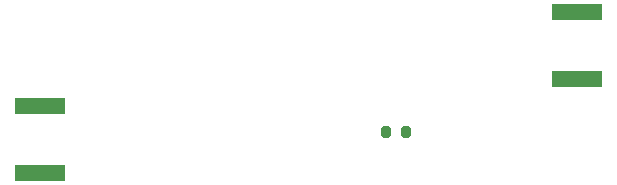
<source format=gbr>
%TF.GenerationSoftware,KiCad,Pcbnew,7.0.9*%
%TF.CreationDate,2024-08-27T22:02:00+02:00*%
%TF.ProjectId,Elektor,456c656b-746f-4722-9e6b-696361645f70,rev?*%
%TF.SameCoordinates,Original*%
%TF.FileFunction,Paste,Bot*%
%TF.FilePolarity,Positive*%
%FSLAX46Y46*%
G04 Gerber Fmt 4.6, Leading zero omitted, Abs format (unit mm)*
G04 Created by KiCad (PCBNEW 7.0.9) date 2024-08-27 22:02:00*
%MOMM*%
%LPD*%
G01*
G04 APERTURE LIST*
G04 Aperture macros list*
%AMRoundRect*
0 Rectangle with rounded corners*
0 $1 Rounding radius*
0 $2 $3 $4 $5 $6 $7 $8 $9 X,Y pos of 4 corners*
0 Add a 4 corners polygon primitive as box body*
4,1,4,$2,$3,$4,$5,$6,$7,$8,$9,$2,$3,0*
0 Add four circle primitives for the rounded corners*
1,1,$1+$1,$2,$3*
1,1,$1+$1,$4,$5*
1,1,$1+$1,$6,$7*
1,1,$1+$1,$8,$9*
0 Add four rect primitives between the rounded corners*
20,1,$1+$1,$2,$3,$4,$5,0*
20,1,$1+$1,$4,$5,$6,$7,0*
20,1,$1+$1,$6,$7,$8,$9,0*
20,1,$1+$1,$8,$9,$2,$3,0*%
G04 Aperture macros list end*
%ADD10R,4.200000X1.350000*%
%ADD11RoundRect,0.200000X-0.200000X-0.275000X0.200000X-0.275000X0.200000X0.275000X-0.200000X0.275000X0*%
G04 APERTURE END LIST*
D10*
%TO.C,J1*%
X204750000Y-80075000D03*
X204750000Y-74425000D03*
%TD*%
%TO.C,J13*%
X159200000Y-82350000D03*
X159200000Y-88000000D03*
%TD*%
D11*
%TO.C,R19*%
X188550000Y-84600000D03*
X190200000Y-84600000D03*
%TD*%
M02*

</source>
